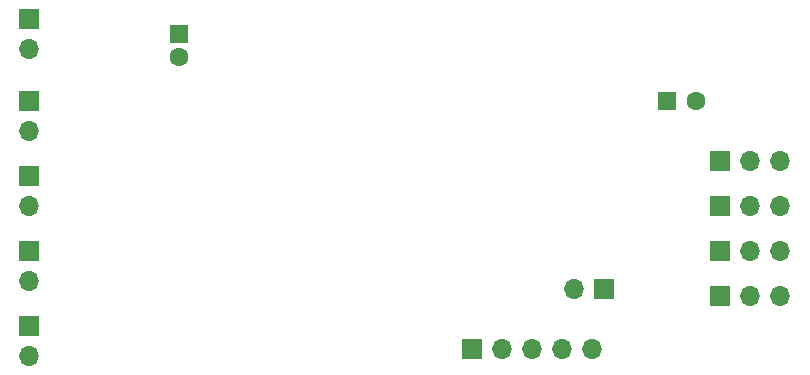
<source format=gbs>
G04 #@! TF.GenerationSoftware,KiCad,Pcbnew,8.0.6*
G04 #@! TF.CreationDate,2024-10-31T15:11:46-07:00*
G04 #@! TF.ProjectId,RocketServo,526f636b-6574-4536-9572-766f2e6b6963,n/c*
G04 #@! TF.SameCoordinates,Original*
G04 #@! TF.FileFunction,Soldermask,Bot*
G04 #@! TF.FilePolarity,Negative*
%FSLAX46Y46*%
G04 Gerber Fmt 4.6, Leading zero omitted, Abs format (unit mm)*
G04 Created by KiCad (PCBNEW 8.0.6) date 2024-10-31 15:11:46*
%MOMM*%
%LPD*%
G01*
G04 APERTURE LIST*
%ADD10R,1.700000X1.700000*%
%ADD11O,1.700000X1.700000*%
%ADD12R,1.600000X1.600000*%
%ADD13C,1.600000*%
G04 APERTURE END LIST*
D10*
X139795000Y-117475000D03*
D11*
X142335000Y-117475000D03*
X144875000Y-117475000D03*
D10*
X139795000Y-113665000D03*
D11*
X142335000Y-113665000D03*
X144875000Y-113665000D03*
D10*
X139795000Y-109855000D03*
D11*
X142335000Y-109855000D03*
X144875000Y-109855000D03*
D10*
X139795000Y-106045000D03*
D11*
X142335000Y-106045000D03*
X144875000Y-106045000D03*
D10*
X81280000Y-120015000D03*
D11*
X81280000Y-122555000D03*
D10*
X81280000Y-113665000D03*
D11*
X81280000Y-116205000D03*
D10*
X81280000Y-107315000D03*
D11*
X81280000Y-109855000D03*
D10*
X81280000Y-100965000D03*
D11*
X81280000Y-103505000D03*
X81280000Y-96520000D03*
D10*
X81280000Y-93980000D03*
X129905000Y-116840000D03*
D11*
X127365000Y-116840000D03*
D10*
X118745000Y-121920000D03*
D11*
X121285000Y-121920000D03*
X123825000Y-121920000D03*
X126365000Y-121920000D03*
X128905000Y-121920000D03*
D12*
X135255000Y-100965000D03*
D13*
X137755000Y-100965000D03*
D12*
X93980000Y-95250000D03*
D13*
X93980000Y-97250000D03*
M02*

</source>
